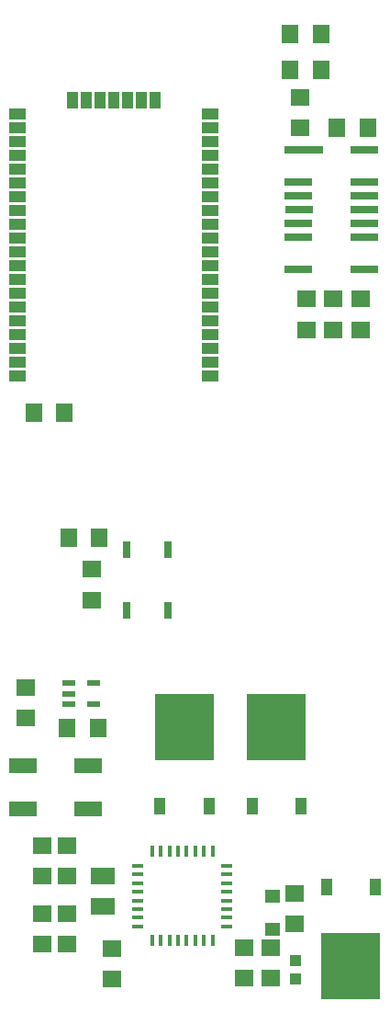
<source format=gtp>
G75*
%MOIN*%
%OFA0B0*%
%FSLAX25Y25*%
%IPPOS*%
%LPD*%
%AMOC8*
5,1,8,0,0,1.08239X$1,22.5*
%
%ADD10R,0.07087X0.06299*%
%ADD11R,0.06299X0.07087*%
%ADD12R,0.08661X0.06299*%
%ADD13R,0.03937X0.04331*%
%ADD14R,0.07098X0.06299*%
%ADD15R,0.21260X0.24409*%
%ADD16R,0.03937X0.06299*%
%ADD17R,0.01457X0.03937*%
%ADD18R,0.03937X0.01457*%
%ADD19R,0.06000X0.04000*%
%ADD20R,0.04000X0.06000*%
%ADD21R,0.10236X0.02756*%
%ADD22R,0.10236X0.03150*%
%ADD23R,0.14173X0.03150*%
%ADD24R,0.06299X0.07098*%
%ADD25R,0.05512X0.04724*%
%ADD26R,0.03000X0.06000*%
%ADD27R,0.09843X0.05512*%
%ADD28R,0.04724X0.02362*%
D10*
X0038750Y0075738D03*
X0038750Y0086762D03*
X0038750Y0100238D03*
X0038750Y0111262D03*
X0048000Y0111262D03*
X0048000Y0100238D03*
X0048000Y0086762D03*
X0048000Y0075738D03*
X0032992Y0157469D03*
X0032992Y0168492D03*
X0112250Y0074262D03*
X0112250Y0063238D03*
X0122000Y0063238D03*
X0122000Y0074262D03*
X0132500Y0371488D03*
X0132500Y0382512D03*
D11*
X0128988Y0405500D03*
X0140012Y0405500D03*
X0145988Y0371500D03*
X0157012Y0371500D03*
X0059512Y0223000D03*
X0048488Y0223000D03*
X0046762Y0268250D03*
X0035738Y0268250D03*
D12*
X0061000Y0100262D03*
X0061000Y0089238D03*
D13*
X0130750Y0069596D03*
X0130750Y0062904D03*
D14*
X0130500Y0082902D03*
X0130500Y0094098D03*
X0064250Y0074098D03*
X0064250Y0062902D03*
X0057000Y0200402D03*
X0057000Y0211598D03*
X0135000Y0298402D03*
X0135000Y0309598D03*
X0144500Y0309598D03*
X0144500Y0298402D03*
X0154500Y0298402D03*
X0154500Y0309598D03*
D15*
X0124000Y0154343D03*
X0090500Y0154343D03*
X0151000Y0067657D03*
D16*
X0142024Y0096398D03*
X0132976Y0125602D03*
X0115024Y0125602D03*
X0099476Y0125602D03*
X0081524Y0125602D03*
X0159976Y0096398D03*
D17*
X0100774Y0109142D03*
X0097624Y0109142D03*
X0094474Y0109142D03*
X0091325Y0109142D03*
X0088175Y0109142D03*
X0085026Y0109142D03*
X0081876Y0109142D03*
X0078726Y0109142D03*
X0078726Y0076858D03*
X0081876Y0076858D03*
X0085026Y0076858D03*
X0088175Y0076858D03*
X0091325Y0076858D03*
X0094474Y0076858D03*
X0097624Y0076858D03*
X0100774Y0076858D03*
D18*
X0105892Y0081976D03*
X0105892Y0085126D03*
X0105892Y0088276D03*
X0105892Y0091425D03*
X0105892Y0094575D03*
X0105892Y0097724D03*
X0105892Y0100874D03*
X0105892Y0104024D03*
X0073608Y0104024D03*
X0073608Y0100874D03*
X0073608Y0097724D03*
X0073608Y0094575D03*
X0073608Y0091425D03*
X0073608Y0088276D03*
X0073608Y0085126D03*
X0073608Y0081976D03*
D19*
X0100000Y0281500D03*
X0100000Y0286500D03*
X0100000Y0291500D03*
X0100000Y0296500D03*
X0100000Y0301500D03*
X0100000Y0306500D03*
X0100000Y0311500D03*
X0100000Y0316500D03*
X0100000Y0321500D03*
X0100000Y0326500D03*
X0100000Y0331500D03*
X0100000Y0336500D03*
X0100000Y0341500D03*
X0100000Y0346500D03*
X0100000Y0351500D03*
X0100000Y0356500D03*
X0100000Y0361500D03*
X0100000Y0366500D03*
X0100000Y0371500D03*
X0100000Y0376500D03*
X0030000Y0376500D03*
X0030000Y0371500D03*
X0030000Y0366500D03*
X0030000Y0361500D03*
X0030000Y0356500D03*
X0030000Y0351500D03*
X0030000Y0346500D03*
X0030000Y0341500D03*
X0030000Y0336500D03*
X0030000Y0331500D03*
X0030000Y0326500D03*
X0030000Y0321500D03*
X0030000Y0316500D03*
X0030000Y0311500D03*
X0030000Y0306500D03*
X0030000Y0301500D03*
X0030000Y0296500D03*
X0030000Y0291500D03*
X0030000Y0286500D03*
X0030000Y0281500D03*
D20*
X0050000Y0381500D03*
X0055000Y0381500D03*
X0060000Y0381500D03*
X0065000Y0381500D03*
X0070000Y0381500D03*
X0075000Y0381500D03*
X0080000Y0381500D03*
D21*
X0131992Y0352000D03*
X0131992Y0347000D03*
X0132031Y0342000D03*
X0131992Y0337000D03*
X0131992Y0332000D03*
X0156008Y0332079D03*
X0156008Y0337000D03*
X0156008Y0342000D03*
X0156008Y0347000D03*
X0156008Y0352000D03*
D22*
X0156008Y0363654D03*
X0156008Y0320346D03*
X0131992Y0320346D03*
D23*
X0133961Y0363654D03*
D24*
X0128902Y0392500D03*
X0140098Y0392500D03*
X0059031Y0153913D03*
X0047835Y0153913D03*
D25*
X0122500Y0092906D03*
X0122500Y0081094D03*
D26*
X0084500Y0196500D03*
X0084500Y0218500D03*
X0069500Y0218500D03*
X0069500Y0196500D03*
D27*
X0055433Y0140354D03*
X0055433Y0124606D03*
X0031811Y0124606D03*
X0031811Y0140354D03*
D28*
X0048528Y0162697D03*
X0048528Y0166437D03*
X0048528Y0170177D03*
X0057583Y0170177D03*
X0057583Y0162697D03*
M02*

</source>
